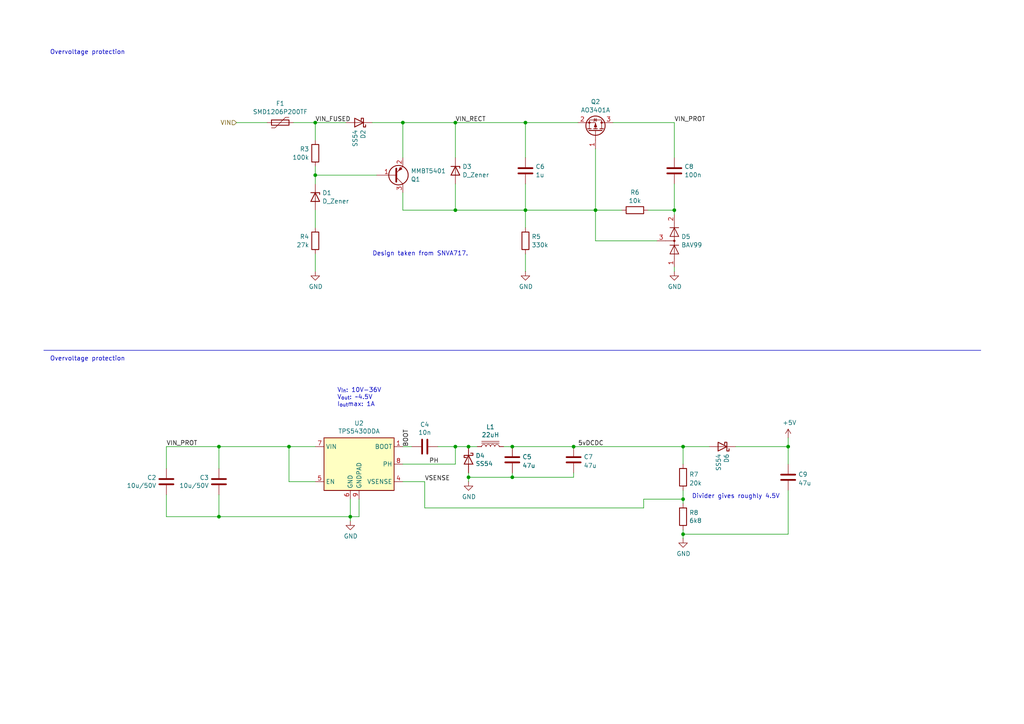
<source format=kicad_sch>
(kicad_sch (version 20231120) (generator "eeschema") (generator_version "8.0")
  (paper "A4")
  (lib_symbols
    (symbol "Device:C" (pin_numbers hide) (pin_names (offset 0.254))
      (property "Reference" "C" (at 0.635 2.54 0))
      (property "Value" "C" (at 0.635 -2.54 0))
      (symbol "C_0_1"
        (polyline (pts (xy -2.032 -0.762) (xy 2.032 -0.762)) (stroke (width 0.508)))
        (polyline (pts (xy -2.032 0.762) (xy 2.032 0.762)) (stroke (width 0.508)))
      )
      (symbol "C_1_1"
        (pin passive line (at 0 3.81 270) (length 2.794) (name "~") (number "1"))
        (pin passive line (at 0 -3.81 90) (length 2.794) (name "~") (number "2"))
      )
    )
    (symbol "Device:D_Zener" (pin_numbers hide) (pin_names (offset 1.016) hide)
      (property "Reference" "D" (at 0 2.54 0))
      (property "Value" "D_Zener" (at 0 -2.54 0))
      (symbol "D_Zener_0_1"
        (polyline (pts (xy 1.27 0) (xy -1.27 0)))
        (polyline (pts (xy -1.27 -1.27) (xy -1.27 1.27) (xy -0.762 1.27)) (stroke (width 0.254)))
        (polyline (pts (xy 1.27 -1.27) (xy 1.27 1.27) (xy -1.27 0) (xy 1.27 -1.27)) (stroke (width 0.254)))
      )
      (symbol "D_Zener_1_1"
        (pin passive line (at -3.81 0 0) (length 2.54) (name "K") (number "1"))
        (pin passive line (at 3.81 0 180) (length 2.54) (name "A") (number "2"))
      )
    )
    (symbol "Device:Polyfuse" (pin_numbers hide) (pin_names (offset 0))
      (property "Reference" "F" (at -2.54 0 90))
      (property "Value" "Polyfuse" (at 2.54 0 90))
      (symbol "Polyfuse_0_1"
        (rectangle (start -0.762 2.54) (end 0.762 -2.54) (stroke (width 0.254)))
        (polyline (pts (xy 0 2.54) (xy 0 -2.54)))
        (polyline (pts (xy -1.524 2.54) (xy -1.524 1.524) (xy 1.524 -1.524) (xy 1.524 -2.54)))
      )
      (symbol "Polyfuse_1_1"
        (pin passive line (at 0 3.81 270) (length 1.27) (name "~") (number "1"))
        (pin passive line (at 0 -3.81 90) (length 1.27) (name "~") (number "2"))
      )
    )
    (symbol "Device:Q_PMOS_GSD" (pin_names (offset 0) hide)
      (property "Reference" "Q" (at 5.08 1.27 0))
      (property "Value" "Q_PMOS_GSD" (at 5.08 -1.27 0))
      (symbol "Q_PMOS_GSD_0_1"
        (polyline (pts (xy 0.254 0) (xy -2.54 0)))
        (polyline (pts (xy 0.254 1.905) (xy 0.254 -1.905)) (stroke (width 0.254)))
        (polyline (pts (xy 0.762 -1.27) (xy 0.762 -2.286)) (stroke (width 0.254)))
        (polyline (pts (xy 0.762 0.508) (xy 0.762 -0.508)) (stroke (width 0.254)))
        (polyline (pts (xy 0.762 2.286) (xy 0.762 1.27)) (stroke (width 0.254)))
        (polyline (pts (xy 2.54 2.54) (xy 2.54 1.778)))
        (polyline (pts (xy 2.54 -2.54) (xy 2.54 0) (xy 0.762 0)))
        (polyline (pts (xy 0.762 1.778) (xy 3.302 1.778) (xy 3.302 -1.778) (xy 0.762 -1.778)))
        (polyline (pts (xy 2.286 0) (xy 1.27 0.381) (xy 1.27 -0.381) (xy 2.286 0)) (fill (type outline)))
        (polyline (pts (xy 2.794 -0.508) (xy 2.921 -0.381) (xy 3.683 -0.381) (xy 3.81 -0.254)))
        (polyline (pts (xy 3.302 -0.381) (xy 2.921 0.254) (xy 3.683 0.254) (xy 3.302 -0.381)))
        (circle (center 1.651 0) (radius 2.794) (stroke (width 0.254)))
        (circle (center 2.54 -1.778) (radius 0.254) (fill (type outline)))
        (circle (center 2.54 1.778) (radius 0.254) (fill (type outline)))
      )
      (symbol "Q_PMOS_GSD_1_1"
        (pin input line (at -5.08 0 0) (length 2.54) (name "G") (number "1"))
        (pin passive line (at 2.54 -5.08 90) (length 2.54) (name "S") (number "2"))
        (pin passive line (at 2.54 5.08 270) (length 2.54) (name "D") (number "3"))
      )
    )
    (symbol "Device:Q_PNP_BEC" (pin_names (offset 0) hide)
      (property "Reference" "Q" (at 5.08 1.27 0))
      (property "Value" "Q_PNP_BEC" (at 5.08 -1.27 0))
      (symbol "Q_PNP_BEC_0_1"
        (polyline (pts (xy 0.635 0.635) (xy 2.54 2.54)))
        (polyline (pts (xy 0.635 -0.635) (xy 2.54 -2.54) (xy 2.54 -2.54)))
        (polyline (pts (xy 0.635 1.905) (xy 0.635 -1.905) (xy 0.635 -1.905)) (stroke (width 0.508)))
        (polyline (pts (xy 2.286 -1.778) (xy 1.778 -2.286) (xy 1.27 -1.27) (xy 2.286 -1.778) (xy 2.286 -1.778)) (fill (type outline)))
        (circle (center 1.27 0) (radius 2.8194) (stroke (width 0.254)))
      )
      (symbol "Q_PNP_BEC_1_1"
        (pin input line (at -5.08 0 0) (length 5.715) (name "B") (number "1"))
        (pin passive line (at 2.54 -5.08 90) (length 2.54) (name "E") (number "2"))
        (pin passive line (at 2.54 5.08 270) (length 2.54) (name "C") (number "3"))
      )
    )
    (symbol "Device:R" (pin_numbers hide) (pin_names (offset 0))
      (property "Reference" "R" (at 2.032 0 90))
      (property "Value" "R" (at 0 0 90))
      (symbol "R_0_1"
        (rectangle (start -1.016 -2.54) (end 1.016 2.54) (stroke (width 0.254)))
      )
      (symbol "R_1_1"
        (pin passive line (at 0 3.81 270) (length 1.27) (name "~") (number "1"))
        (pin passive line (at 0 -3.81 90) (length 1.27) (name "~") (number "2"))
      )
    )
    (symbol "Diode:B340" (pin_numbers hide) (pin_names (offset 1.016) hide)
      (property "Reference" "D" (at 0 2.54 0))
      (property "Value" "B340" (at 0 -2.54 0))
      (symbol "B340_0_1"
        (polyline (pts (xy 1.27 0) (xy -1.27 0)))
        (polyline (pts (xy 1.27 1.27) (xy 1.27 -1.27) (xy -1.27 0) (xy 1.27 1.27)) (stroke (width 0.254)))
        (polyline (pts (xy -1.905 0.635) (xy -1.905 1.27) (xy -1.27 1.27) (xy -1.27 -1.27) (xy -0.635 -1.27) (xy -0.635 -0.635)) (stroke (width 0.254)))
      )
      (symbol "B340_1_1"
        (pin passive line (at -3.81 0 0) (length 2.54) (name "K") (number "1"))
        (pin passive line (at 3.81 0 180) (length 2.54) (name "A") (number "2"))
      )
    )
    (symbol "Diode:BAV99" (pin_names hide)
      (property "Reference" "D" (at 0 5.08 0))
      (property "Value" "BAV99" (at 0 2.54 0))
      (symbol "BAV99_0_1"
        (polyline (pts (xy -5.08 0) (xy 5.08 0)))
      )
      (symbol "BAV99_1_1"
        (polyline (pts (xy 0 0) (xy 0 -2.54)))
        (polyline (pts (xy -1.27 -1.27) (xy -1.27 1.27) (xy -1.27 1.27)) (stroke (width 0.2032)))
        (polyline (pts (xy 3.81 1.27) (xy 3.81 -1.27) (xy 3.81 -1.27)) (stroke (width 0.2032)))
        (polyline (pts (xy -3.81 1.27) (xy -1.27 0) (xy -3.81 -1.27) (xy -3.81 1.27) (xy -3.81 1.27) (xy -3.81 1.27)) (stroke (width 0.2032)))
        (polyline (pts (xy 1.27 1.27) (xy 3.81 0) (xy 1.27 -1.27) (xy 1.27 1.27) (xy 1.27 1.27) (xy 1.27 1.27)) (stroke (width 0.2032)))
        (circle (center 0 0) (radius 0.254) (fill (type outline)))
        (pin passive line (at -7.62 0 0) (length 2.54) (name "K") (number "1"))
        (pin passive line (at 7.62 0 180) (length 2.54) (name "A") (number "2"))
        (pin passive line (at 0 -5.08 90) (length 2.54) (name "K") (number "3"))
      )
    )
    (symbol "LedWall-rescue:L_Core_Iron-Device" (pin_numbers hide) (pin_names (offset 1.016) hide)
      (property "Reference" "L" (at -1.27 0 90))
      (property "Value" "L_Core_Iron-Device" (at 2.794 0 90))
      (symbol "L_Core_Iron-Device_0_1"
        (arc (start 0 -2.54) (mid 0.6323 -1.905) (end 0 -1.27))
        (arc (start 0 -1.27) (mid 0.6323 -0.635) (end 0 0))
        (polyline (pts (xy 1.016 2.54) (xy 1.016 -2.54)))
        (polyline (pts (xy 1.524 -2.54) (xy 1.524 2.54)))
        (arc (start 0 0) (mid 0.6323 0.635) (end 0 1.27))
        (arc (start 0 1.27) (mid 0.6323 1.905) (end 0 2.54))
      )
      (symbol "L_Core_Iron-Device_1_1"
        (pin passive line (at 0 3.81 270) (length 1.27) (name "1") (number "1"))
        (pin passive line (at 0 -3.81 90) (length 1.27) (name "2") (number "2"))
      )
    )
    (symbol "Regulator_Switching:TPS5430DDA"
      (property "Reference" "U" (at -10.16 8.89 0))
      (property "Value" "TPS5430DDA" (at -1.27 8.89 0))
      (symbol "TPS5430DDA_0_1"
        (rectangle (start -10.16 7.62) (end 10.16 -7.62) (stroke (width 0.254)) (fill (type background)))
      )
      (symbol "TPS5430DDA_1_1"
        (pin input line (at 12.7 5.08 180) (length 2.54) (name "BOOT") (number "1"))
        (pin no_connect line (at -10.16 2.54 0) (length 2.54) hide (name "NC") (number "2"))
        (pin no_connect line (at -10.16 -2.54 0) (length 2.54) hide (name "NC") (number "3"))
        (pin input line (at 12.7 -5.08 180) (length 2.54) (name "VSENSE") (number "4"))
        (pin input line (at -12.7 -5.08 0) (length 2.54) (name "EN") (number "5"))
        (pin power_in line (at -2.54 -10.16 90) (length 2.54) (name "GND") (number "6"))
        (pin power_in line (at -12.7 5.08 0) (length 2.54) (name "VIN") (number "7"))
        (pin output line (at 12.7 0 180) (length 2.54) (name "PH") (number "8"))
        (pin power_in line (at 0 -10.16 90) (length 2.54) (name "GNDPAD") (number "9"))
      )
    )
    (symbol "power:+5V" (power) (pin_numbers hide) (pin_names (offset 0) hide)
      (property "Value" "+5V" (at 0 3.556 0))
      (symbol "+5V_0_1"
        (polyline (pts (xy -0.762 1.27) (xy 0 2.54)))
        (polyline (pts (xy 0 0) (xy 0 2.54)))
        (polyline (pts (xy 0 2.54) (xy 0.762 1.27)))
      )
      (symbol "+5V_1_1"
        (pin power_in line (at 0 0 90) (length 0) (name "~") (number "1"))
      )
    )
    (symbol "power:GND" (power) (pin_numbers hide) (pin_names (offset 0) hide)
      (property "Value" "GND" (at 0 -3.81 0))
      (symbol "GND_0_1"
        (polyline (pts (xy 0 0) (xy 0 -1.27) (xy 1.27 -1.27) (xy 0 -2.54) (xy -1.27 -1.27) (xy 0 -1.27)))
      )
      (symbol "GND_1_1"
        (pin power_in line (at 0 0 270) (length 0) (name "~") (number "1"))
      )
    )
  )
  (junction (at 63.5 149.86))
  (junction (at 101.6 149.86))
  (junction (at 228.6 129.54))
  (junction (at 166.37 129.54))
  (junction (at 152.4 60.96))
  (junction (at 116.84 35.56))
  (junction (at 83.82 129.54))
  (junction (at 91.44 50.8))
  (junction (at 132.08 129.54))
  (junction (at 91.44 35.56))
  (junction (at 63.5 129.54))
  (junction (at 172.72 60.96))
  (junction (at 135.89 138.43))
  (junction (at 135.89 129.54))
  (junction (at 198.12 144.78))
  (junction (at 198.12 154.94))
  (junction (at 132.08 60.96))
  (junction (at 148.59 138.43))
  (junction (at 198.12 129.54))
  (junction (at 152.4 35.56))
  (junction (at 148.59 129.54))
  (junction (at 132.08 35.56))
  (junction (at 195.58 60.96))
  (wire (pts (xy 198.12 154.94) (xy 198.12 156.21)))
  (wire (pts (xy 195.58 53.34) (xy 195.58 60.96)))
  (wire (pts (xy 101.6 149.86) (xy 101.6 144.78)))
  (wire (pts (xy 228.6 127) (xy 228.6 129.54)))
  (wire (pts (xy 195.58 62.23) (xy 195.58 60.96)))
  (wire (pts (xy 104.14 144.78) (xy 104.14 149.86)))
  (wire (pts (xy 198.12 153.67) (xy 198.12 154.94)))
  (wire (pts (xy 119.38 129.54) (xy 116.84 129.54)))
  (wire (pts (xy 228.6 142.24) (xy 228.6 154.94)))
  (wire (pts (xy 198.12 142.24) (xy 198.12 144.78)))
  (wire (pts (xy 190.5 69.85) (xy 172.72 69.85)))
  (wire (pts (xy 91.44 50.8) (xy 109.22 50.8)))
  (wire (pts (xy 123.19 147.32) (xy 123.19 139.7)))
  (wire (pts (xy 63.5 129.54) (xy 83.82 129.54)))
  (wire (pts (xy 83.82 139.7) (xy 91.44 139.7)))
  (wire (pts (xy 132.08 129.54) (xy 127 129.54)))
  (polyline (pts (xy 12.7 101.6) (xy 284.48 101.6)))
  (wire (pts (xy 83.82 129.54) (xy 91.44 129.54)))
  (wire (pts (xy 91.44 60.96) (xy 91.44 66.04)))
  (wire (pts (xy 152.4 35.56) (xy 152.4 45.72)))
  (wire (pts (xy 152.4 60.96) (xy 132.08 60.96)))
  (wire (pts (xy 116.84 60.96) (xy 132.08 60.96)))
  (wire (pts (xy 135.89 129.54) (xy 132.08 129.54)))
  (wire (pts (xy 152.4 53.34) (xy 152.4 60.96)))
  (wire (pts (xy 123.19 147.32) (xy 186.69 147.32)))
  (wire (pts (xy 138.43 129.54) (xy 135.89 129.54)))
  (wire (pts (xy 101.6 151.13) (xy 101.6 149.86)))
  (wire (pts (xy 63.5 149.86) (xy 48.26 149.86)))
  (wire (pts (xy 116.84 55.88) (xy 116.84 60.96)))
  (wire (pts (xy 68.58 35.56) (xy 77.47 35.56)))
  (wire (pts (xy 228.6 134.62) (xy 228.6 129.54)))
  (wire (pts (xy 123.19 139.7) (xy 116.84 139.7)))
  (wire (pts (xy 48.26 135.89) (xy 48.26 129.54)))
  (wire (pts (xy 104.14 149.86) (xy 101.6 149.86)))
  (wire (pts (xy 152.4 60.96) (xy 172.72 60.96)))
  (wire (pts (xy 148.59 129.54) (xy 166.37 129.54)))
  (wire (pts (xy 198.12 129.54) (xy 205.74 129.54)))
  (wire (pts (xy 198.12 134.62) (xy 198.12 129.54)))
  (wire (pts (xy 132.08 53.34) (xy 132.08 60.96)))
  (wire (pts (xy 107.95 35.56) (xy 116.84 35.56)))
  (wire (pts (xy 228.6 154.94) (xy 198.12 154.94)))
  (wire (pts (xy 172.72 43.18) (xy 172.72 60.96)))
  (wire (pts (xy 152.4 73.66) (xy 152.4 78.74)))
  (wire (pts (xy 152.4 35.56) (xy 167.64 35.56)))
  (wire (pts (xy 198.12 144.78) (xy 198.12 146.05)))
  (wire (pts (xy 116.84 45.72) (xy 116.84 35.56)))
  (wire (pts (xy 91.44 35.56) (xy 100.33 35.56)))
  (wire (pts (xy 172.72 69.85) (xy 172.72 60.96)))
  (wire (pts (xy 132.08 35.56) (xy 152.4 35.56)))
  (wire (pts (xy 63.5 129.54) (xy 63.5 135.89)))
  (wire (pts (xy 148.59 138.43) (xy 135.89 138.43)))
  (wire (pts (xy 132.08 35.56) (xy 116.84 35.56)))
  (wire (pts (xy 91.44 73.66) (xy 91.44 78.74)))
  (wire (pts (xy 85.09 35.56) (xy 91.44 35.56)))
  (wire (pts (xy 48.26 129.54) (xy 63.5 129.54)))
  (wire (pts (xy 195.58 60.96) (xy 187.96 60.96)))
  (wire (pts (xy 63.5 149.86) (xy 101.6 149.86)))
  (wire (pts (xy 148.59 138.43) (xy 166.37 138.43)))
  (wire (pts (xy 148.59 137.16) (xy 148.59 138.43)))
  (wire (pts (xy 135.89 137.16) (xy 135.89 138.43)))
  (wire (pts (xy 172.72 60.96) (xy 180.34 60.96)))
  (wire (pts (xy 83.82 129.54) (xy 83.82 139.7)))
  (wire (pts (xy 177.8 35.56) (xy 195.58 35.56)))
  (wire (pts (xy 213.36 129.54) (xy 228.6 129.54)))
  (wire (pts (xy 166.37 138.43) (xy 166.37 137.16)))
  (wire (pts (xy 48.26 149.86) (xy 48.26 143.51)))
  (wire (pts (xy 91.44 50.8) (xy 91.44 53.34)))
  (wire (pts (xy 63.5 143.51) (xy 63.5 149.86)))
  (wire (pts (xy 152.4 60.96) (xy 152.4 66.04)))
  (wire (pts (xy 186.69 144.78) (xy 198.12 144.78)))
  (wire (pts (xy 91.44 48.26) (xy 91.44 50.8)))
  (wire (pts (xy 195.58 77.47) (xy 195.58 78.74)))
  (wire (pts (xy 116.84 134.62) (xy 132.08 134.62)))
  (wire (pts (xy 186.69 147.32) (xy 186.69 144.78)))
  (wire (pts (xy 91.44 35.56) (xy 91.44 40.64)))
  (wire (pts (xy 166.37 129.54) (xy 198.12 129.54)))
  (wire (pts (xy 132.08 45.72) (xy 132.08 35.56)))
  (wire (pts (xy 132.08 134.62) (xy 132.08 129.54)))
  (wire (pts (xy 195.58 35.56) (xy 195.58 45.72)))
  (wire (pts (xy 146.05 129.54) (xy 148.59 129.54)))
  (wire (pts (xy 135.89 138.43) (xy 135.89 139.7)))
  (text "Divider gives roughly 4.5V" (at 200.66 144.78 0) (effects (font (size 1.27 1.27)) (justify left bottom)))
  (text "Overvoltage protection" (at 25.4 104.14 0) (effects (font (size 1.27 1.27))))
  (text "V_{in}: 10V-36V\nV_{out}: ~4.5V\nI_{out}max: 1A" (at 97.79 118.11 0) (effects (font (size 1.27 1.27)) (justify left bottom)))
  (text "Overvoltage protection" (at 25.4 15.24 0) (effects (font (size 1.27 1.27))))
  (text "Design taken from SNVA717." (at 121.92 73.66 0) (effects (font (size 1.27 1.27))))
  (label "VSENSE" (at 123.19 139.7 0))
  (label "VIN_PROT" (at 195.58 35.56 0))
  (label "VIN_RECT" (at 132.08 35.56 0))
  (label "VIN_PROT" (at 48.26 129.54 0))
  (label "BOOT" (at 118.745 129.54 90))
  (label "VIN_FUSED" (at 91.44 35.56 0))
  (label "PH" (at 124.46 134.62 0))
  (label "5vDCDC" (at 167.64 129.54 0))
  (hierarchical_label "VIN" (shape input) (at 68.58 35.56 180))
  (symbol (lib_id "Diode:B340") (at 209.55 129.54 180) (unit 1)
    (property "Reference" "D6" (at 210.7184 131.572 90) (effects (justify left)))
    (property "Value" "SS54" (at 208.407 131.572 90) (effects (justify left)))
    (property "Footprint" "Diode_SMD:D_SMA" (effects (hide yes)))
    (property "Datasheet" "http://www.jameco.com/Jameco/Products/ProdDS/1538777.pdf" (effects (hide yes)))
    (property "LCSC" "C22452" (effects (hide yes)))
  )
  (symbol (lib_id "power:GND") (at 101.6 151.13 0) (unit 1)
    (property "Reference" "#PWR010" (effects (hide yes)))
    (property "Value" "GND" (at 101.727 155.5242 0))
    (property "Description" "Power symbol creates a global label with name \"GND\" , ground" (effects (hide yes)))
  )
  (symbol (lib_id "Device:D_Zener") (at 91.44 57.15 270) (unit 1)
    (property "Reference" "D1" (at 93.472 55.9378 90) (effects (justify left)))
    (property "Value" "D_Zener" (at 93.472 58.3621 90) (effects (justify left)))
    (property "Footprint" "Diode_SMD:D_SOD-123" (effects (hide yes)))
    (property "Description" "Zener diode" (effects (hide yes)))
    (property "LCSC" "C209348" (effects (hide yes)))
  )
  (symbol (lib_id "LedWall-rescue:L_Core_Iron-Device") (at 142.24 129.54 90) (unit 1)
    (property "Reference" "L1" (at 142.24 123.825 90))
    (property "Value" "22uH" (at 142.24 126.1364 90))
    (property "Footprint" "Inductor_SMD:L_Vishay_IHLP-4040" (effects (hide yes)))
    (property "LCSC" "C845072" (effects (hide yes)))
  )
  (symbol (lib_id "power:+5V") (at 228.6 127 0) (unit 1)
    (property "Reference" "#PWR015" (effects (hide yes)))
    (property "Value" "+5V" (at 228.981 122.6058 0))
    (property "Description" "Power symbol creates a global label with name \"+5V\"" (effects (hide yes)))
  )
  (symbol (lib_id "Device:C") (at 152.4 49.53 0) (unit 1)
    (property "Reference" "C6" (at 155.321 48.3178 0) (effects (justify left)))
    (property "Value" "1u" (at 155.321 50.7421 0) (effects (justify left)))
    (property "Footprint" "Capacitor_SMD:C_0805_2012Metric" (effects (hide yes)))
    (property "Description" "Unpolarized capacitor" (effects (hide yes)))
    (property "LCSC" "C28323" (effects (hide yes)))
  )
  (symbol (lib_id "Device:C") (at 166.37 133.35 0) (unit 1)
    (property "Reference" "C7" (at 169.291 132.5153 0) (effects (justify left)))
    (property "Value" "47u" (at 169.291 135.0522 0) (effects (justify left)))
    (property "Footprint" "Capacitor_SMD:C_0805_2012Metric" (effects (hide yes)))
    (property "LCSC" "C1779" (effects (hide yes)))
  )
  (symbol (lib_id "power:GND") (at 91.44 78.74 0) (unit 1)
    (property "Reference" "#PWR09" (effects (hide yes)))
    (property "Value" "GND" (at 91.567 83.1342 0))
    (property "Description" "Power symbol creates a global label with name \"GND\" , ground" (effects (hide yes)))
  )
  (symbol (lib_id "power:GND") (at 152.4 78.74 0) (unit 1)
    (property "Reference" "#PWR012" (effects (hide yes)))
    (property "Value" "GND" (at 152.527 83.1342 0))
    (property "Description" "Power symbol creates a global label with name \"GND\" , ground" (effects (hide yes)))
  )
  (symbol (lib_id "Device:C") (at 48.26 139.7 0) (mirror x) (unit 1)
    (property "Reference" "C2" (at 45.3644 138.5316 0) (effects (justify right)))
    (property "Value" "10u/50V" (at 45.3644 140.843 0) (effects (justify right)))
    (property "Footprint" "Capacitor_SMD:C_1206_3216Metric_Pad1.33x1.80mm_HandSolder" (effects (hide yes)))
    (property "LCSC" "C13585" (effects (hide yes)))
  )
  (symbol (lib_id "power:GND") (at 198.12 156.21 0) (unit 1)
    (property "Reference" "#PWR014" (effects (hide yes)))
    (property "Value" "GND" (at 198.247 160.6042 0))
    (property "Description" "Power symbol creates a global label with name \"GND\" , ground" (effects (hide yes)))
  )
  (symbol (lib_id "Device:R") (at 198.12 149.86 0) (unit 1)
    (property "Reference" "R8" (at 199.898 148.6916 0) (effects (justify left)))
    (property "Value" "6k8" (at 199.898 151.003 0) (effects (justify left)))
    (property "Footprint" "Resistor_SMD:R_0603_1608Metric_Pad0.98x0.95mm_HandSolder" (effects (hide yes)))
    (property "LCSC" "C23212" (effects (hide yes)))
  )
  (symbol (lib_id "Device:D_Zener") (at 132.08 49.53 270) (unit 1)
    (property "Reference" "D3" (at 134.112 48.3178 90) (effects (justify left)))
    (property "Value" "D_Zener" (at 134.112 50.7421 90) (effects (justify left)))
    (property "Footprint" "Diode_SMD:D_SOD-123" (effects (hide yes)))
    (property "Description" "Zener diode" (effects (hide yes)))
    (property "LCSC" "C209348" (effects (hide yes)))
  )
  (symbol (lib_id "Device:C") (at 148.59 133.35 0) (unit 1)
    (property "Reference" "C5" (at 151.511 132.5153 0) (effects (justify left)))
    (property "Value" "47u" (at 151.511 135.0522 0) (effects (justify left)))
    (property "Footprint" "Capacitor_SMD:C_0805_2012Metric" (effects (hide yes)))
    (property "LCSC" "C1779" (effects (hide yes)))
  )
  (symbol (lib_id "Device:R") (at 91.44 69.85 0) (mirror y) (unit 1)
    (property "Reference" "R4" (at 89.662 68.6378 0) (effects (justify left)))
    (property "Value" "27k" (at 89.662 71.0621 0) (effects (justify left)))
    (property "Footprint" "Resistor_SMD:R_0603_1608Metric" (effects (hide yes)))
    (property "Description" "Resistor" (effects (hide yes)))
    (property "LCSC" "C22967" (effects (hide yes)))
  )
  (symbol (lib_id "Diode:BAV99") (at 195.58 69.85 270) (mirror x) (unit 1)
    (property "Reference" "D5" (at 197.5866 68.6378 90) (effects (justify left)))
    (property "Value" "BAV99" (at 197.5866 71.0621 90) (effects (justify left)))
    (property "Footprint" "Package_TO_SOT_SMD:SOT-23" (effects (hide yes)))
    (property "Datasheet" "https://assets.nexperia.com/documents/data-sheet/BAV99_SER.pdf" (effects (hide yes)))
    (property "Description" "BAV99 High-speed switching diodes, SOT-23" (effects (hide yes)))
    (property "LCSC" "C2500" (effects (hide yes)))
  )
  (symbol (lib_id "Regulator_Switching:TPS5430DDA") (at 104.14 134.62 0) (unit 1)
    (property "Reference" "U2" (at 104.14 122.7582 0))
    (property "Value" "TPS5430DDA" (at 104.14 125.0696 0))
    (property "Footprint" "Package_SO:TI_SO-PowerPAD-8_ThermalVias" (effects (hide yes)))
    (property "Datasheet" "http://www.ti.com/lit/ds/symlink/tps5430.pdf" (effects (hide yes)))
    (property "LCSC" "C9864" (effects (hide yes)))
  )
  (symbol (lib_id "Device:R") (at 91.44 44.45 0) (unit 1)
    (property "Reference" "R3" (at 89.662 43.2378 0) (effects (justify right)))
    (property "Value" "100k" (at 89.662 45.6621 0) (effects (justify right)))
    (property "Footprint" "Resistor_SMD:R_0402_1005Metric" (effects (hide yes)))
    (property "Description" "Resistor" (effects (hide yes)))
    (property "LCSC" "C25741" (effects (hide yes)))
  )
  (symbol (lib_id "Device:C") (at 195.58 49.53 0) (unit 1)
    (property "Reference" "C8" (at 198.501 48.3178 0) (effects (justify left)))
    (property "Value" "100n" (at 198.501 50.7421 0) (effects (justify left)))
    (property "Footprint" "Capacitor_SMD:C_0402_1005Metric" (effects (hide yes)))
    (property "Description" "Unpolarized capacitor" (effects (hide yes)))
    (property "LCSC" "C307331" (effects (hide yes)))
  )
  (symbol (lib_id "Device:Polyfuse") (at 81.28 35.56 90) (unit 1)
    (property "Reference" "F1" (at 81.28 30.0185 90))
    (property "Value" "SMD1206P200TF" (at 81.28 32.4428 90))
    (property "Footprint" "Fuse:Fuse_1206_3216Metric" (effects (hide yes)))
    (property "Description" "Resettable fuse, polymeric positive temperature coefficient" (effects (hide yes)))
    (property "LCSC" "C20988" (effects (hide yes)))
  )
  (symbol (lib_id "Diode:B340") (at 135.89 133.35 270) (unit 1)
    (property "Reference" "D4" (at 137.922 132.1816 90) (effects (justify left)))
    (property "Value" "SS54" (at 137.922 134.493 90) (effects (justify left)))
    (property "Footprint" "Diode_SMD:D_SMA" (effects (hide yes)))
    (property "Datasheet" "http://www.jameco.com/Jameco/Products/ProdDS/1538777.pdf" (effects (hide yes)))
    (property "LCSC" "C22452" (effects (hide yes)))
  )
  (symbol (lib_id "Diode:B340") (at 104.14 35.56 180) (unit 1)
    (property "Reference" "D2" (at 105.3084 37.592 90) (effects (justify left)))
    (property "Value" "SS54" (at 102.997 37.592 90) (effects (justify left)))
    (property "Footprint" "Diode_SMD:D_SMA" (effects (hide yes)))
    (property "Datasheet" "http://www.jameco.com/Jameco/Products/ProdDS/1538777.pdf" (effects (hide yes)))
    (property "LCSC" "C22452" (effects (hide yes)))
  )
  (symbol (lib_id "Device:C") (at 228.6 138.43 0) (unit 1)
    (property "Reference" "C9" (at 231.521 137.5953 0) (effects (justify left)))
    (property "Value" "47u" (at 231.521 140.1322 0) (effects (justify left)))
    (property "Footprint" "Capacitor_SMD:C_0805_2012Metric" (effects (hide yes)))
    (property "LCSC" "C1779" (effects (hide yes)))
  )
  (symbol (lib_id "Device:R") (at 184.15 60.96 90) (unit 1)
    (property "Reference" "R6" (at 184.15 55.7995 90))
    (property "Value" "10k" (at 184.15 58.2238 90))
    (property "Footprint" "Resistor_SMD:R_0402_1005Metric" (effects (hide yes)))
    (property "Description" "Resistor" (effects (hide yes)))
    (property "LCSC" "C25744" (effects (hide yes)))
  )
  (symbol (lib_id "Device:Q_PNP_BEC") (at 114.3 50.8 0) (mirror x) (unit 1)
    (property "Reference" "Q1" (at 119.1514 52.0122 0) (effects (justify left)))
    (property "Value" "MMBT5401" (at 119.1514 49.5879 0) (effects (justify left)))
    (property "Footprint" "Package_TO_SOT_SMD:SOT-23" (effects (hide yes)))
    (property "Description" "PNP transistor, base/emitter/collector" (effects (hide yes)))
    (property "Sim.Device" "PNP" (effects (hide yes)))
    (property "Sim.Type" "GUMMELPOON" (effects (hide yes)))
    (property "Sim.Pins" "1=C 2=B 3=E" (effects (hide yes)))
    (property "LCSC" "C8326" (effects (hide yes)))
  )
  (symbol (lib_id "power:GND") (at 195.58 78.74 0) (unit 1)
    (property "Reference" "#PWR013" (effects (hide yes)))
    (property "Value" "GND" (at 195.707 83.1342 0))
    (property "Description" "Power symbol creates a global label with name \"GND\" , ground" (effects (hide yes)))
  )
  (symbol (lib_id "Device:Q_PMOS_GSD") (at 172.72 38.1 270) (mirror x) (unit 1)
    (property "Reference" "Q2" (at 172.72 29.5105 90))
    (property "Value" "AO3401A" (at 172.72 31.9348 90))
    (property "Footprint" "Package_TO_SOT_SMD:SOT-23" (effects (hide yes)))
    (property "Description" "P-MOSFET transistor, gate/source/drain" (effects (hide yes)))
    (property "Sim.Device" "PMOS" (effects (hide yes)))
    (property "Sim.Type" "VDMOS" (effects (hide yes)))
    (property "Sim.Pins" "1=D 2=G 3=S" (effects (hide yes)))
    (property "LCSC" "C15127" (effects (hide yes)))
  )
  (symbol (lib_id "Device:C") (at 123.19 129.54 270) (unit 1)
    (property "Reference" "C4" (at 123.19 123.1392 90))
    (property "Value" "10n" (at 123.19 125.4506 90))
    (property "Footprint" "Capacitor_SMD:C_0603_1608Metric_Pad1.08x0.95mm_HandSolder" (effects (hide yes)))
    (property "LCSC" "C57112" (effects (hide yes)))
  )
  (symbol (lib_id "Device:R") (at 198.12 138.43 0) (unit 1)
    (property "Reference" "R7" (at 199.898 137.5953 0) (effects (justify left)))
    (property "Value" "20k" (at 199.898 140.1322 0) (effects (justify left)))
    (property "Footprint" "Resistor_SMD:R_0603_1608Metric_Pad0.98x0.95mm_HandSolder" (effects (hide yes)))
    (property "LCSC" "C4184" (effects (hide yes)))
  )
  (symbol (lib_id "power:GND") (at 135.89 139.7 0) (unit 1)
    (property "Reference" "#PWR011" (effects (hide yes)))
    (property "Value" "GND" (at 136.017 144.0942 0))
    (property "Description" "Power symbol creates a global label with name \"GND\" , ground" (effects (hide yes)))
  )
  (symbol (lib_id "Device:C") (at 63.5 139.7 0) (mirror x) (unit 1)
    (property "Reference" "C3" (at 60.6044 138.5316 0) (effects (justify right)))
    (property "Value" "10u/50V" (at 60.6044 140.843 0) (effects (justify right)))
    (property "Footprint" "Capacitor_SMD:C_1206_3216Metric_Pad1.33x1.80mm_HandSolder" (effects (hide yes)))
    (property "LCSC" "C13585" (effects (hide yes)))
  )
  (symbol (lib_id "Device:R") (at 152.4 69.85 0) (unit 1)
    (property "Reference" "R5" (at 154.178 68.6378 0) (effects (justify left)))
    (property "Value" "330k" (at 154.178 71.0621 0) (effects (justify left)))
    (property "Footprint" "Resistor_SMD:R_0603_1608Metric" (effects (hide yes)))
    (property "Description" "Resistor" (effects (hide yes)))
    (property "LCSC" "C23137" (effects (hide yes)))
  )
)
</source>
